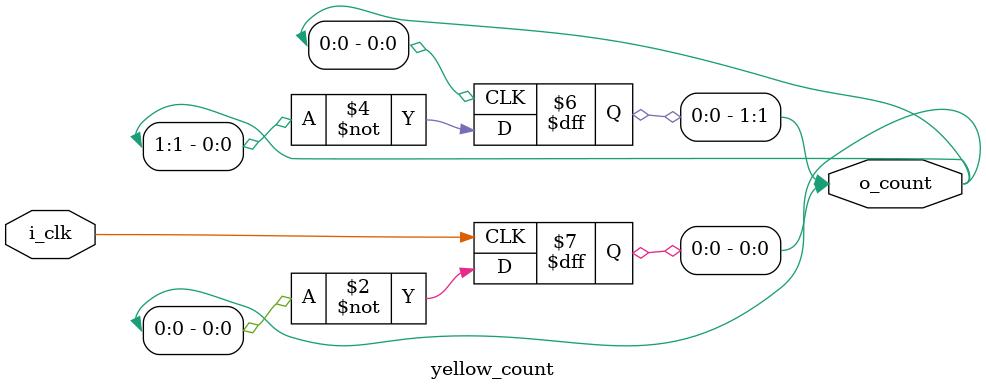
<source format=v>
module traffic_light(
//port declarations
//inputs
input wire[4:0] i_ns_count  	  	,
input wire[3:0] i_ew_count  	  	,
input wire[1:0]	yellow_count	  	,
input wire		ns_vehicle_detect 	,
input wire		ew_vehicle_detect 	,

//outputs
output reg		ns_red				,
output reg		ns_yellow			,
output reg		ns_green			,
output reg		ew_red				,
output reg		ew_yellow			,
output reg		ew_green			
);

//INITIALISATION
initial begin
	
	ns_red 		<= 1'b0;
	ns_yellow 	<= 1'b0;
	ns_green 	<= 1'b1;
	ew_red		<= 1'b1;
	ew_green	<= 1'b0;
	ew_yellow	<= 1'b0;

end

//NS controller
always @ (i_ns_count) begin
	
	if(i_ns_count == 31 & ew_vehicle_detect & ns_green) begin
	
		ns_red 		<= 1'b0;
		ns_yellow 	<= 1'b1;
		ns_green 	<= 1'b0;
		ew_red		<= 1'b1;
		ew_green	<= 1'b0;
		ew_yellow	<= 1'b0;
		
	end
end

//EW controller
always @ (i_ew_count) begin
	
	if(i_ew_count == 15 & ns_vehicle_detect & ew_green) begin
	
		ns_red 		<= 1'b1;
		ns_yellow 	<= 1'b0;
		ns_green 	<= 1'b0;
		ew_red		<= 1'b0;
		ew_yellow	<= 1'b1;
		ew_green	<= 1'b0;
	
	end
end

//yellow controller
always @ (yellow_count) begin
	
	if(yellow_count == 3 & ns_yellow) begin
	
		ns_red 		<= 1'b1;
		ns_yellow 	<= 1'b0;
		ns_green 	<= 1'b0;
		ew_red		<= 1'b0;
		ew_green	<= 1'b1;
		ew_yellow	<= 1'b0;
	
	end
	
	if(yellow_count == 3 & ew_yellow) begin
	
		ns_red 		<= 1'b0;
		ns_yellow 	<= 1'b0;
		ns_green 	<= 1'b1;
		ew_red		<= 1'b1;
		ew_green	<= 1'b0;
		ew_yellow	<= 1'b0;
	
	end
	
end

endmodule


// NS counter
module ns_count(

//port declarations
//inputs
input wire			i_clk	,	//input clock signal
output reg [4:0] 	o_count		//output counter
);

//INITIALIZATION
initial
	o_count = 0;
always @ (negedge i_clk )
	o_count[0] <= ~o_count[0];
	
always @ (negedge o_count[0])
	o_count[1] <= ~o_count[1];

always @ (negedge o_count[1])
	o_count[2] <= ~o_count[2];

always @ (negedge o_count[2])
	o_count[3] <= ~o_count[3];

always @ (negedge o_count[3])
	o_count[4] <= ~o_count[4];

endmodule


//EW controller
module ew_count(

//port declarations
//inputs
input wire			i_clk	,	//input clock signal
output reg [3:0] 	o_count		//output counter
);

//INITIALIZATION
initial
	o_count = 0;

always @ (negedge i_clk)
	o_count[0] <= ~o_count[0];
	
always @ (negedge o_count[0])
	o_count[1] <= ~o_count[1];

always @ (negedge o_count[1])
	o_count[2] <= ~o_count[2];

always @ (negedge o_count[2])
	o_count[3] <= ~o_count[3];

endmodule


//yellow controller
module yellow_count(

//port declarations
//inputs
input wire			i_clk	,	//input clock signal
output reg [1:0] 	o_count		//output counter
);

//INITIALIZATION
initial
	o_count = 0;

always @ (negedge i_clk)
	o_count[0] <= ~o_count[0];
	
always @ (negedge o_count[0])
	o_count[1] <= ~o_count[1];

endmodule

</source>
